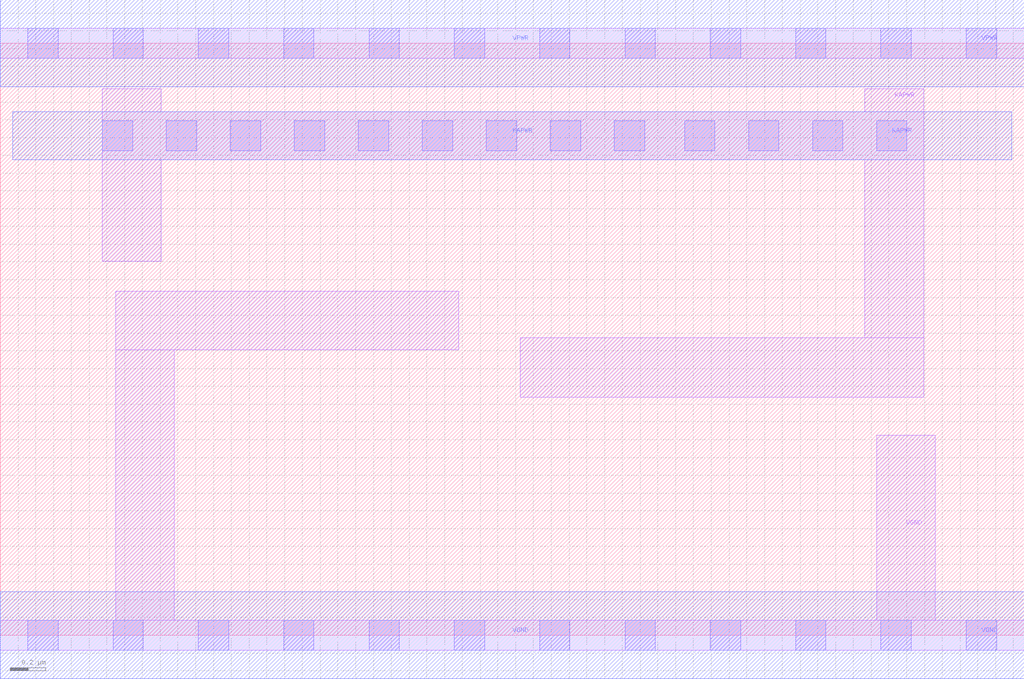
<source format=lef>
# Copyright 2020 The SkyWater PDK Authors
#
# Licensed under the Apache License, Version 2.0 (the "License");
# you may not use this file except in compliance with the License.
# You may obtain a copy of the License at
#
#     https://www.apache.org/licenses/LICENSE-2.0
#
# Unless required by applicable law or agreed to in writing, software
# distributed under the License is distributed on an "AS IS" BASIS,
# WITHOUT WARRANTIES OR CONDITIONS OF ANY KIND, either express or implied.
# See the License for the specific language governing permissions and
# limitations under the License.
#
# SPDX-License-Identifier: Apache-2.0

VERSION 5.7 ;
  NAMESCASESENSITIVE ON ;
  NOWIREEXTENSIONATPIN ON ;
  DIVIDERCHAR "/" ;
  BUSBITCHARS "[]" ;
UNITS
  DATABASE MICRONS 200 ;
END UNITS
MACRO sky130_fd_sc_lp__decapkapwr_12
  CLASS CORE SPACER ;
  SOURCE USER ;
  FOREIGN sky130_fd_sc_lp__decapkapwr_12 ;
  ORIGIN  0.000000  0.000000 ;
  SIZE  5.760000 BY  3.330000 ;
  SYMMETRY X Y R90 ;
  SITE unit ;
  PIN KAPWR
    DIRECTION INOUT ;
    USE POWER ;
    PORT
      LAYER li1 ;
        RECT 0.575000 2.105000 0.905000 2.675000 ;
        RECT 0.575000 2.675000 5.195000 2.945000 ;
        RECT 0.575000 2.945000 0.905000 3.075000 ;
        RECT 2.925000 1.340000 5.195000 1.675000 ;
        RECT 4.865000 1.675000 5.195000 2.675000 ;
        RECT 4.865000 2.945000 5.195000 3.075000 ;
      LAYER mcon ;
        RECT 0.575000 2.725000 0.745000 2.895000 ;
        RECT 0.935000 2.725000 1.105000 2.895000 ;
        RECT 1.295000 2.725000 1.465000 2.895000 ;
        RECT 1.655000 2.725000 1.825000 2.895000 ;
        RECT 2.015000 2.725000 2.185000 2.895000 ;
        RECT 2.375000 2.725000 2.545000 2.895000 ;
        RECT 2.735000 2.725000 2.905000 2.895000 ;
        RECT 3.095000 2.725000 3.265000 2.895000 ;
        RECT 3.455000 2.725000 3.625000 2.895000 ;
        RECT 3.850000 2.725000 4.020000 2.895000 ;
        RECT 4.210000 2.725000 4.380000 2.895000 ;
        RECT 4.570000 2.725000 4.740000 2.895000 ;
        RECT 4.930000 2.725000 5.100000 2.895000 ;
      LAYER met1 ;
        RECT 0.070000 2.675000 5.690000 2.945000 ;
    END
  END KAPWR
  PIN VGND
    DIRECTION INOUT ;
    USE GROUND ;
    PORT
      LAYER li1 ;
        RECT 0.000000 -0.085000 5.760000 0.085000 ;
        RECT 0.650000  0.085000 0.980000 1.605000 ;
        RECT 0.650000  1.605000 2.580000 1.935000 ;
        RECT 4.930000  0.085000 5.260000 1.125000 ;
      LAYER mcon ;
        RECT 0.155000 -0.085000 0.325000 0.085000 ;
        RECT 0.635000 -0.085000 0.805000 0.085000 ;
        RECT 1.115000 -0.085000 1.285000 0.085000 ;
        RECT 1.595000 -0.085000 1.765000 0.085000 ;
        RECT 2.075000 -0.085000 2.245000 0.085000 ;
        RECT 2.555000 -0.085000 2.725000 0.085000 ;
        RECT 3.035000 -0.085000 3.205000 0.085000 ;
        RECT 3.515000 -0.085000 3.685000 0.085000 ;
        RECT 3.995000 -0.085000 4.165000 0.085000 ;
        RECT 4.475000 -0.085000 4.645000 0.085000 ;
        RECT 4.955000 -0.085000 5.125000 0.085000 ;
        RECT 5.435000 -0.085000 5.605000 0.085000 ;
      LAYER met1 ;
        RECT 0.000000 -0.245000 5.760000 0.245000 ;
    END
  END VGND
  PIN VPWR
    DIRECTION INOUT ;
    USE POWER ;
    PORT
      LAYER li1 ;
        RECT 0.000000 3.245000 5.760000 3.415000 ;
      LAYER mcon ;
        RECT 0.155000 3.245000 0.325000 3.415000 ;
        RECT 0.635000 3.245000 0.805000 3.415000 ;
        RECT 1.115000 3.245000 1.285000 3.415000 ;
        RECT 1.595000 3.245000 1.765000 3.415000 ;
        RECT 2.075000 3.245000 2.245000 3.415000 ;
        RECT 2.555000 3.245000 2.725000 3.415000 ;
        RECT 3.035000 3.245000 3.205000 3.415000 ;
        RECT 3.515000 3.245000 3.685000 3.415000 ;
        RECT 3.995000 3.245000 4.165000 3.415000 ;
        RECT 4.475000 3.245000 4.645000 3.415000 ;
        RECT 4.955000 3.245000 5.125000 3.415000 ;
        RECT 5.435000 3.245000 5.605000 3.415000 ;
      LAYER met1 ;
        RECT 0.000000 3.085000 5.760000 3.575000 ;
    END
  END VPWR
END sky130_fd_sc_lp__decapkapwr_12

</source>
